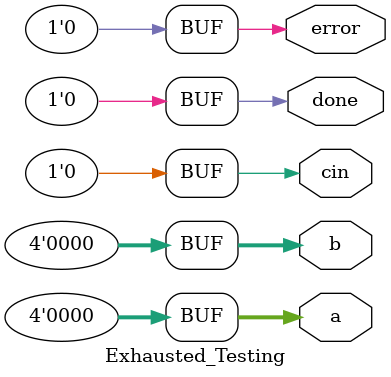
<source format=v>
`timescale 1ns/1ps

module Exhausted_Testing(a, b, cin, error, done);
output [4-1:0] a, b;
output cin;
output error;
output done;

// input signal to the test instance.
reg [4-1:0] a = 4'b0000;
reg [4-1:0] b = 4'b0000;
reg cin = 1'b0;

// initial value for the done and error indicator: not done, no error
reg done = 1'b0;
reg error = 1'b0;


// output from the test instance.
wire [4-1:0] sum;
wire cout;

// instantiate the test instance.
Ripple_Carry_Adder rca(
    .a (a), 
    .b (b), 
    .cin (cin),
    .cout (cout),
    .sum (sum)
);

initial begin  
    //iterate through all 2^9 = 512 cases
    //takes 512 * 5 = 2560ns
    repeat (2**9) begin
        
        //check output
        //raise error if the cout or sum is incorrect
        #1 
        error = ( {cout,sum} != a+b+cin )?1:0;

        //set next input pattern   
        #4
        {a,b,cin} = {a,b,cin} + 1'b1;
    end
    //set the done signal when done
    done = 1'b1;
    
    #1 error = 1'b0; //clear the last error (if any)
    #4 done = 1'b0; //and finally, clear done signal
end

endmodule


//REMOVE these definitions bellow before submitting
//a faulty 4-bit RCA example
</source>
